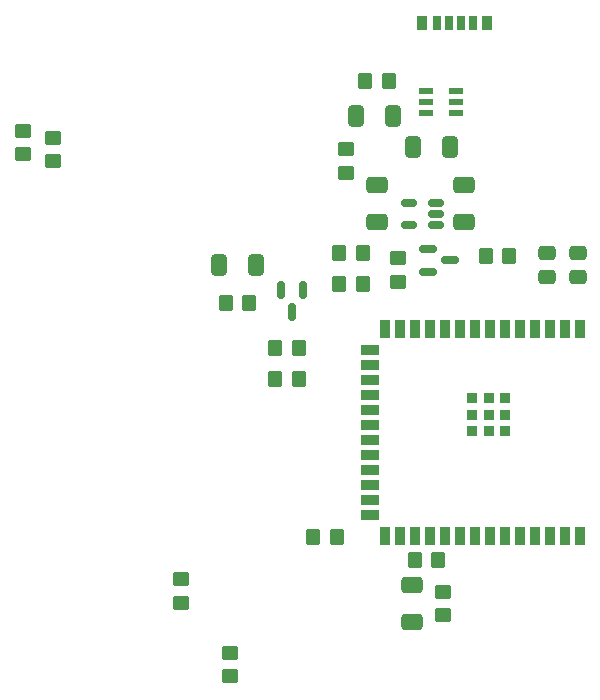
<source format=gbr>
%TF.GenerationSoftware,KiCad,Pcbnew,8.0.8*%
%TF.CreationDate,2025-03-13T10:44:27-05:00*%
%TF.ProjectId,Final Project V1,46696e61-6c20-4507-926f-6a6563742056,rev?*%
%TF.SameCoordinates,Original*%
%TF.FileFunction,Paste,Top*%
%TF.FilePolarity,Positive*%
%FSLAX46Y46*%
G04 Gerber Fmt 4.6, Leading zero omitted, Abs format (unit mm)*
G04 Created by KiCad (PCBNEW 8.0.8) date 2025-03-13 10:44:27*
%MOMM*%
%LPD*%
G01*
G04 APERTURE LIST*
G04 Aperture macros list*
%AMRoundRect*
0 Rectangle with rounded corners*
0 $1 Rounding radius*
0 $2 $3 $4 $5 $6 $7 $8 $9 X,Y pos of 4 corners*
0 Add a 4 corners polygon primitive as box body*
4,1,4,$2,$3,$4,$5,$6,$7,$8,$9,$2,$3,0*
0 Add four circle primitives for the rounded corners*
1,1,$1+$1,$2,$3*
1,1,$1+$1,$4,$5*
1,1,$1+$1,$6,$7*
1,1,$1+$1,$8,$9*
0 Add four rect primitives between the rounded corners*
20,1,$1+$1,$2,$3,$4,$5,0*
20,1,$1+$1,$4,$5,$6,$7,0*
20,1,$1+$1,$6,$7,$8,$9,0*
20,1,$1+$1,$8,$9,$2,$3,0*%
G04 Aperture macros list end*
%ADD10RoundRect,0.250000X0.350000X0.450000X-0.350000X0.450000X-0.350000X-0.450000X0.350000X-0.450000X0*%
%ADD11RoundRect,0.150000X-0.150000X0.587500X-0.150000X-0.587500X0.150000X-0.587500X0.150000X0.587500X0*%
%ADD12RoundRect,0.072500X0.532500X0.217500X-0.532500X0.217500X-0.532500X-0.217500X0.532500X-0.217500X0*%
%ADD13RoundRect,0.250000X-0.350000X-0.450000X0.350000X-0.450000X0.350000X0.450000X-0.350000X0.450000X0*%
%ADD14R,0.900000X0.900000*%
%ADD15R,0.900000X1.500000*%
%ADD16R,1.500000X0.900000*%
%ADD17RoundRect,0.250000X0.450000X-0.350000X0.450000X0.350000X-0.450000X0.350000X-0.450000X-0.350000X0*%
%ADD18RoundRect,0.250000X0.650000X-0.412500X0.650000X0.412500X-0.650000X0.412500X-0.650000X-0.412500X0*%
%ADD19R,0.700000X1.150000*%
%ADD20R,0.800000X1.150000*%
%ADD21R,0.900000X1.150000*%
%ADD22RoundRect,0.150000X-0.587500X-0.150000X0.587500X-0.150000X0.587500X0.150000X-0.587500X0.150000X0*%
%ADD23RoundRect,0.250000X-0.475000X0.337500X-0.475000X-0.337500X0.475000X-0.337500X0.475000X0.337500X0*%
%ADD24RoundRect,0.250000X-0.412500X-0.650000X0.412500X-0.650000X0.412500X0.650000X-0.412500X0.650000X0*%
%ADD25RoundRect,0.250000X-0.450000X0.350000X-0.450000X-0.350000X0.450000X-0.350000X0.450000X0.350000X0*%
%ADD26RoundRect,0.250000X0.412500X0.650000X-0.412500X0.650000X-0.412500X-0.650000X0.412500X-0.650000X0*%
%ADD27RoundRect,0.150000X0.512500X0.150000X-0.512500X0.150000X-0.512500X-0.150000X0.512500X-0.150000X0*%
G04 APERTURE END LIST*
D10*
%TO.C,R3*%
X187200000Y-105400000D03*
X185200000Y-105400000D03*
%TD*%
D11*
%TO.C,Q2*%
X187550000Y-97925000D03*
X185650000Y-97925000D03*
X186600000Y-99800000D03*
%TD*%
D12*
%TO.C,U3*%
X200455000Y-82950000D03*
X200455000Y-82000000D03*
X200455000Y-81050000D03*
X197945000Y-81050000D03*
X197945000Y-82000000D03*
X197945000Y-82950000D03*
%TD*%
D13*
%TO.C,R12*%
X190600000Y-97400000D03*
X192600000Y-97400000D03*
%TD*%
D14*
%TO.C,U2*%
X204680000Y-107050000D03*
X203280000Y-107050000D03*
X201880000Y-107050000D03*
X204680000Y-108450000D03*
X203280000Y-108450000D03*
X201880000Y-108450000D03*
X204680000Y-109850000D03*
X203280000Y-109850000D03*
X201880000Y-109850000D03*
D15*
X211000000Y-101200000D03*
X209730000Y-101200000D03*
X208460000Y-101200000D03*
X207190000Y-101200000D03*
X205920000Y-101200000D03*
X204650000Y-101200000D03*
X203380000Y-101200000D03*
X202110000Y-101200000D03*
X200840000Y-101200000D03*
X199570000Y-101200000D03*
X198300000Y-101200000D03*
X197030000Y-101200000D03*
X195760000Y-101200000D03*
X194490000Y-101200000D03*
D16*
X193240000Y-102965000D03*
X193240000Y-104235000D03*
X193240000Y-105505000D03*
X193240000Y-106775000D03*
X193240000Y-108045000D03*
X193240000Y-109315000D03*
X193240000Y-110585000D03*
X193240000Y-111855000D03*
X193240000Y-113125000D03*
X193240000Y-114395000D03*
X193240000Y-115665000D03*
X193240000Y-116935000D03*
D15*
X194490000Y-118700000D03*
X195760000Y-118700000D03*
X197030000Y-118700000D03*
X198300000Y-118700000D03*
X199570000Y-118700000D03*
X200840000Y-118700000D03*
X202110000Y-118700000D03*
X203380000Y-118700000D03*
X204650000Y-118700000D03*
X205920000Y-118700000D03*
X207190000Y-118700000D03*
X208460000Y-118700000D03*
X209730000Y-118700000D03*
X211000000Y-118700000D03*
%TD*%
D17*
%TO.C,R9*%
X166400000Y-87000000D03*
X166400000Y-85000000D03*
%TD*%
D18*
%TO.C,C1*%
X193800000Y-92162500D03*
X193800000Y-89037500D03*
%TD*%
%TO.C,C6*%
X196775000Y-126012500D03*
X196775000Y-122887500D03*
%TD*%
D17*
%TO.C,R10*%
X199375000Y-125450000D03*
X199375000Y-123450000D03*
%TD*%
D10*
%TO.C,R16*%
X199000000Y-120800000D03*
X197000000Y-120800000D03*
%TD*%
D19*
%TO.C,USB-C1*%
X200900000Y-75305000D03*
D20*
X198880000Y-75305000D03*
D21*
X197650000Y-75305000D03*
D19*
X199900000Y-75305000D03*
D20*
X201920000Y-75305000D03*
D21*
X203150000Y-75305000D03*
%TD*%
D13*
%TO.C,R6*%
X185200000Y-102800000D03*
X187200000Y-102800000D03*
%TD*%
D17*
%TO.C,R8*%
X177200000Y-124400000D03*
X177200000Y-122400000D03*
%TD*%
D22*
%TO.C,Q1*%
X198125000Y-94450000D03*
X198125000Y-96350000D03*
X200000000Y-95400000D03*
%TD*%
D17*
%TO.C,R5*%
X181400000Y-130600000D03*
X181400000Y-128600000D03*
%TD*%
D13*
%TO.C,R14*%
X203000000Y-95000000D03*
X205000000Y-95000000D03*
%TD*%
D23*
%TO.C,C5*%
X208200000Y-94762500D03*
X208200000Y-96837500D03*
%TD*%
D13*
%TO.C,R15*%
X190600000Y-94800000D03*
X192600000Y-94800000D03*
%TD*%
D24*
%TO.C,C4*%
X196837500Y-85800000D03*
X199962500Y-85800000D03*
%TD*%
D17*
%TO.C,R7*%
X163800000Y-86400000D03*
X163800000Y-84400000D03*
%TD*%
D25*
%TO.C,R11*%
X195600000Y-95200000D03*
X195600000Y-97200000D03*
%TD*%
D13*
%TO.C,R1*%
X192800000Y-80200000D03*
X194800000Y-80200000D03*
%TD*%
D18*
%TO.C,C2*%
X201200000Y-92162500D03*
X201200000Y-89037500D03*
%TD*%
D25*
%TO.C,R2*%
X191200000Y-86000000D03*
X191200000Y-88000000D03*
%TD*%
D10*
%TO.C,R13*%
X183000000Y-99000000D03*
X181000000Y-99000000D03*
%TD*%
D26*
%TO.C,C9*%
X183562500Y-95800000D03*
X180437500Y-95800000D03*
%TD*%
%TO.C,C3*%
X195162500Y-83200000D03*
X192037500Y-83200000D03*
%TD*%
D27*
%TO.C,U1*%
X198800000Y-92400000D03*
X198800000Y-91450000D03*
X198800000Y-90500000D03*
X196525000Y-90500000D03*
X196525000Y-92400000D03*
%TD*%
D23*
%TO.C,C10*%
X210800000Y-94762500D03*
X210800000Y-96837500D03*
%TD*%
D10*
%TO.C,R4*%
X190400000Y-118800000D03*
X188400000Y-118800000D03*
%TD*%
M02*

</source>
